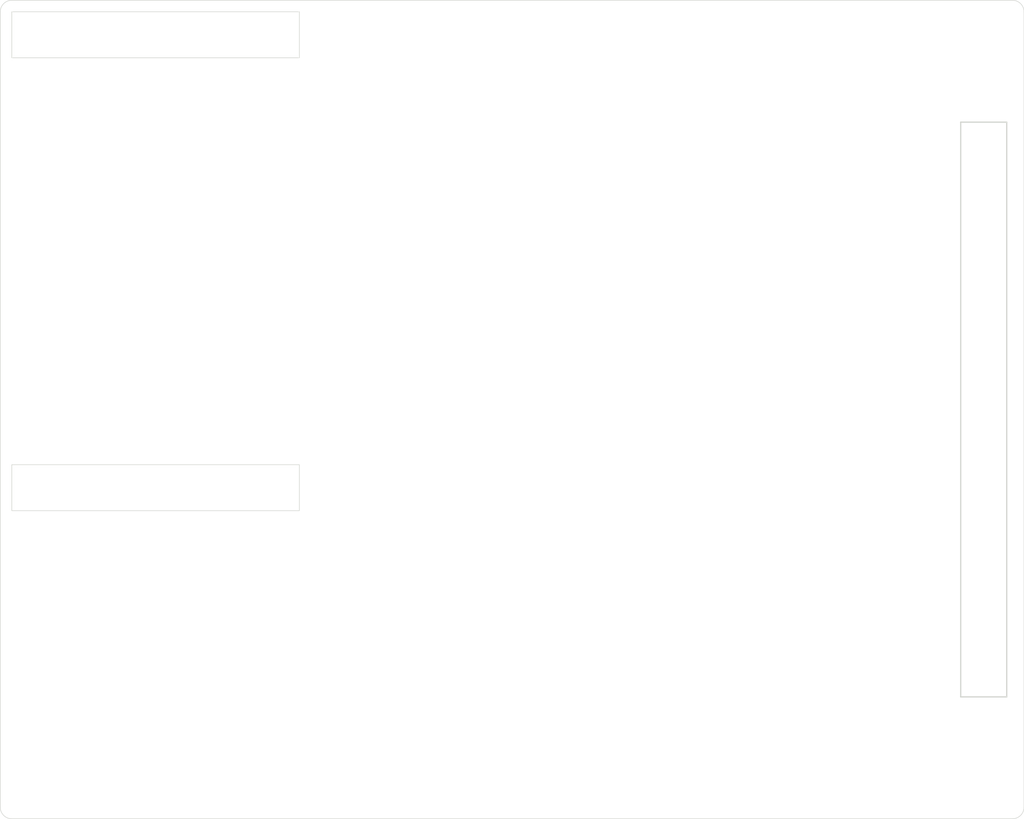
<source format=kicad_pcb>
(kicad_pcb (version 20211014) (generator pcbnew)
  (layers (0 "F.Cu" signal) (31 "B.Cu" signal) (34 "B.Paste" user) (35 "F.Paste" user) (36 "B.SilkS" user "B.Silkscreen") (37 "F.SilkS" user "F.Silkscreen") (38 "B.Mask" user) (39 "F.Mask" user) (44 "Edge.Cuts" user))
  (net 0 "")
  (footprint "" (layer "F.Cu") (at 88.763604 68.263604)
    (fp_text reference "" (at 0 0) (layer "F.SilkS") (effects (font (size 1.27 1.27))))
    (fp_text value "" (at 0 0) (layer "F.SilkS") (effects (font (size 1.27 1.27))))
    (pad "" np_thru_hole circle locked (at 0 0 180) (size 4.3 4.3) (drill 4.3) (layers *.Cu *.Mask))
  )
  (footprint "" (layer "F.Cu") (at 88.763604 34.263604)
    (fp_text reference "" (at 0 0) (layer "F.SilkS") (effects (font (size 1.27 1.27))))
    (fp_text value "" (at 0 0) (layer "F.SilkS") (effects (font (size 1.27 1.27))))
    (pad "" np_thru_hole circle locked (at 0 0 180) (size 4.3 4.3) (drill 4.3) (layers *.Cu *.Mask))
  )
  (footprint "" (layer "F.Cu") (at 29.663604 80.763604)
    (fp_text reference "" (at 0 0) (layer "F.SilkS") (effects (font (size 1.27 1.27))))
    (fp_text value "" (at 0 0) (layer "F.SilkS") (effects (font (size 1.27 1.27))))
    (pad "" np_thru_hole circle locked (at 0 0 180) (size 4.3 4.3) (drill 4.3) (layers *.Cu *.Mask))
  )
  (footprint "" (layer "F.Cu") (at 34.763604 34.263604)
    (fp_text reference "" (at 0 0) (layer "F.SilkS") (effects (font (size 1.27 1.27))))
    (fp_text value "" (at 0 0) (layer "F.SilkS") (effects (font (size 1.27 1.27))))
    (pad "" np_thru_hole circle locked (at 0 0 180) (size 4.3 4.3) (drill 4.3) (layers *.Cu *.Mask))
  )
  (gr_line (start 105.263605 88.463605) (end 18.263605 88.463605) (layer "Edge.Cuts") (width 0.05))
  (gr_line (start 104.763604 27.863605) (end 104.763604 77.863605) (layer "Edge.Cuts") (width 0.1))
  (gr_arc (start 105.263605 17.263605) (mid 105.970711 17.556499) (end 106.263605 18.263605) (layer "Edge.Cuts") (width 0.05))
  (gr_arc (start 17.263605 18.263605) (mid 17.556498 17.556498) (end 18.263605 17.263605) (layer "Edge.Cuts") (width 0.05))
  (gr_line (start 17.263605 18.263605) (end 17.263605 87.463605) (layer "Edge.Cuts") (width 0.05))
  (gr_rect (start 18.263604 61.663604) (end 43.263604 57.663604) (layer "Edge.Cuts") (width 0.05) (fill none))
  (gr_rect (start 18.263604 22.263604) (end 43.263604 18.263604) (layer "Edge.Cuts") (width 0.05) (fill none))
  (gr_arc (start 106.263605 87.463605) (mid 105.970711 88.170711) (end 105.263605 88.463605) (layer "Edge.Cuts") (width 0.05))
  (gr_arc (start 18.263605 88.463605) (mid 17.556498 88.170712) (end 17.263605 87.463605) (layer "Edge.Cuts") (width 0.05))
  (gr_line (start 104.763604 77.863605) (end 100.763604 77.863605) (layer "Edge.Cuts") (width 0.1))
  (gr_line (start 106.263605 18.263605) (end 106.263605 87.463605) (layer "Edge.Cuts") (width 0.05))
  (gr_line (start 100.763604 27.863605) (end 104.763604 27.863605) (layer "Edge.Cuts") (width 0.1))
  (gr_line (start 18.263605 17.263605) (end 105.263605 17.263605) (layer "Edge.Cuts") (width 0.05))
  (gr_line (start 100.763604 77.863605) (end 100.763604 27.863605) (layer "Edge.Cuts") (width 0.1))
)
</source>
